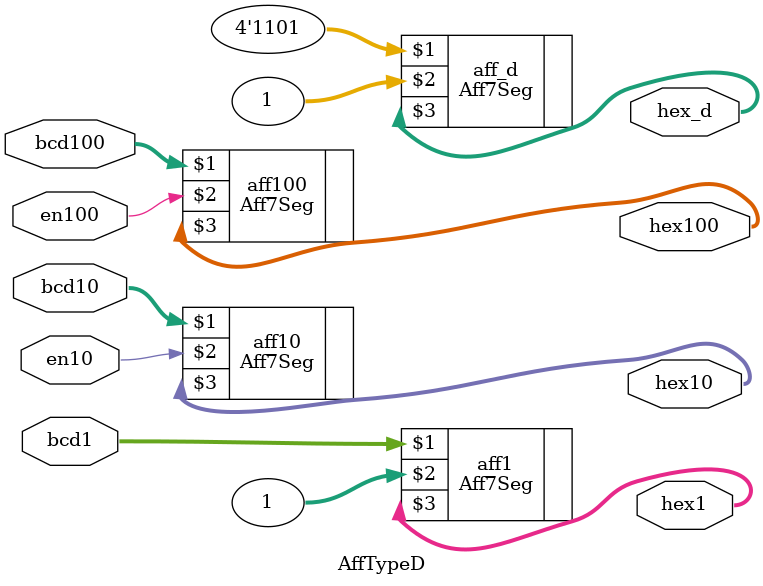
<source format=v>
module AffTypeD(bcd100, bcd10, bcd1, en100, en10, hex_d, hex100, hex10, hex1);

input[3:0] bcd100, bcd10, bcd1;
input en100, en10;
output[6:0] hex_d, hex100, hex10, hex1;

Aff7Seg aff_d(4'hD, 1, hex_d);         // 0xD (13) pour "d"
Aff7Seg aff100(bcd100, en100, hex100); // Centaines
Aff7Seg aff10(bcd10, en10, hex10);     // Dizaines
Aff7Seg aff1(bcd1, 1, hex1);           // Toujours allumé (au moins un chiffre)

endmodule

</source>
